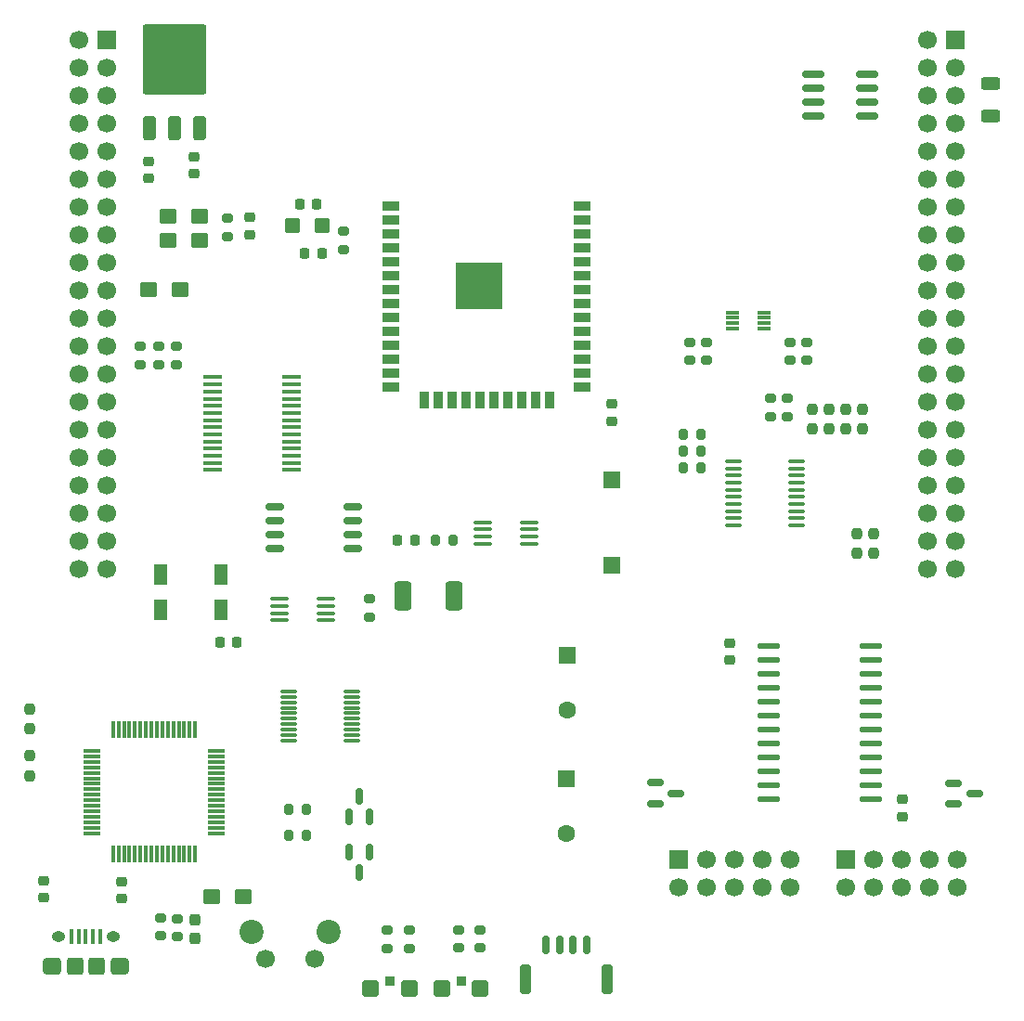
<source format=gbr>
%TF.GenerationSoftware,KiCad,Pcbnew,9.0.6-9.0.6~ubuntu25.04.1*%
%TF.CreationDate,2025-12-03T21:25:52+01:00*%
%TF.ProjectId,CPU,4350552e-6b69-4636-9164-5f7063625858,V0.2*%
%TF.SameCoordinates,Original*%
%TF.FileFunction,Soldermask,Top*%
%TF.FilePolarity,Negative*%
%FSLAX46Y46*%
G04 Gerber Fmt 4.6, Leading zero omitted, Abs format (unit mm)*
G04 Created by KiCad (PCBNEW 9.0.6-9.0.6~ubuntu25.04.1) date 2025-12-03 21:25:52*
%MOMM*%
%LPD*%
G01*
G04 APERTURE LIST*
G04 Aperture macros list*
%AMRoundRect*
0 Rectangle with rounded corners*
0 $1 Rounding radius*
0 $2 $3 $4 $5 $6 $7 $8 $9 X,Y pos of 4 corners*
0 Add a 4 corners polygon primitive as box body*
4,1,4,$2,$3,$4,$5,$6,$7,$8,$9,$2,$3,0*
0 Add four circle primitives for the rounded corners*
1,1,$1+$1,$2,$3*
1,1,$1+$1,$4,$5*
1,1,$1+$1,$6,$7*
1,1,$1+$1,$8,$9*
0 Add four rect primitives between the rounded corners*
20,1,$1+$1,$2,$3,$4,$5,0*
20,1,$1+$1,$4,$5,$6,$7,0*
20,1,$1+$1,$6,$7,$8,$9,0*
20,1,$1+$1,$8,$9,$2,$3,0*%
G04 Aperture macros list end*
%ADD10RoundRect,0.225000X-0.250000X0.225000X-0.250000X-0.225000X0.250000X-0.225000X0.250000X0.225000X0*%
%ADD11R,1.300000X1.900000*%
%ADD12RoundRect,0.200000X0.275000X-0.200000X0.275000X0.200000X-0.275000X0.200000X-0.275000X-0.200000X0*%
%ADD13RoundRect,0.250000X0.457500X0.445000X-0.457500X0.445000X-0.457500X-0.445000X0.457500X-0.445000X0*%
%ADD14RoundRect,0.200000X-0.200000X-0.275000X0.200000X-0.275000X0.200000X0.275000X-0.200000X0.275000X0*%
%ADD15RoundRect,0.225000X0.250000X-0.225000X0.250000X0.225000X-0.250000X0.225000X-0.250000X-0.225000X0*%
%ADD16RoundRect,0.250000X0.500000X0.500000X-0.500000X0.500000X-0.500000X-0.500000X0.500000X-0.500000X0*%
%ADD17RoundRect,0.225000X0.225000X0.225000X-0.225000X0.225000X-0.225000X-0.225000X0.225000X-0.225000X0*%
%ADD18RoundRect,0.249999X-0.512501X-1.075001X0.512501X-1.075001X0.512501X1.075001X-0.512501X1.075001X0*%
%ADD19R,1.600000X1.600000*%
%ADD20C,1.600000*%
%ADD21RoundRect,0.100000X-0.637500X-0.100000X0.637500X-0.100000X0.637500X0.100000X-0.637500X0.100000X0*%
%ADD22R,1.500000X0.900000*%
%ADD23R,0.900000X1.500000*%
%ADD24C,0.600000*%
%ADD25R,4.200000X4.200000*%
%ADD26RoundRect,0.218750X0.218750X0.256250X-0.218750X0.256250X-0.218750X-0.256250X0.218750X-0.256250X0*%
%ADD27RoundRect,0.237500X0.237500X-0.250000X0.237500X0.250000X-0.237500X0.250000X-0.237500X-0.250000X0*%
%ADD28R,1.700000X1.700000*%
%ADD29C,1.700000*%
%ADD30RoundRect,0.250000X0.350000X-0.850000X0.350000X0.850000X-0.350000X0.850000X-0.350000X-0.850000X0*%
%ADD31RoundRect,0.249997X2.650003X-2.950003X2.650003X2.950003X-2.650003X2.950003X-2.650003X-2.950003X0*%
%ADD32RoundRect,0.200000X0.200000X0.275000X-0.200000X0.275000X-0.200000X-0.275000X0.200000X-0.275000X0*%
%ADD33RoundRect,0.250000X0.625000X-0.312500X0.625000X0.312500X-0.625000X0.312500X-0.625000X-0.312500X0*%
%ADD34RoundRect,0.237500X-0.237500X0.250000X-0.237500X-0.250000X0.237500X-0.250000X0.237500X0.250000X0*%
%ADD35RoundRect,0.100000X-0.712500X-0.100000X0.712500X-0.100000X0.712500X0.100000X-0.712500X0.100000X0*%
%ADD36RoundRect,0.162500X-0.650000X-0.162500X0.650000X-0.162500X0.650000X0.162500X-0.650000X0.162500X0*%
%ADD37RoundRect,0.250000X-0.545000X-0.445000X0.545000X-0.445000X0.545000X0.445000X-0.545000X0.445000X0*%
%ADD38RoundRect,0.100000X-0.100000X-0.575000X0.100000X-0.575000X0.100000X0.575000X-0.100000X0.575000X0*%
%ADD39O,0.890000X1.550000*%
%ADD40RoundRect,0.250000X-0.475000X-0.525000X0.475000X-0.525000X0.475000X0.525000X-0.475000X0.525000X0*%
%ADD41O,1.250000X0.950000*%
%ADD42RoundRect,0.250000X-0.500000X-0.525000X0.500000X-0.525000X0.500000X0.525000X-0.500000X0.525000X0*%
%ADD43C,2.200000*%
%ADD44RoundRect,0.225000X0.225000X0.250000X-0.225000X0.250000X-0.225000X-0.250000X0.225000X-0.250000X0*%
%ADD45RoundRect,0.225000X-0.225000X-0.250000X0.225000X-0.250000X0.225000X0.250000X-0.225000X0.250000X0*%
%ADD46RoundRect,0.137500X-0.862500X-0.137500X0.862500X-0.137500X0.862500X0.137500X-0.862500X0.137500X0*%
%ADD47RoundRect,0.150000X-0.587500X-0.150000X0.587500X-0.150000X0.587500X0.150000X-0.587500X0.150000X0*%
%ADD48RoundRect,0.200000X-0.275000X0.200000X-0.275000X-0.200000X0.275000X-0.200000X0.275000X0.200000X0*%
%ADD49R,1.500000X1.500000*%
%ADD50RoundRect,0.218750X0.256250X-0.218750X0.256250X0.218750X-0.256250X0.218750X-0.256250X-0.218750X0*%
%ADD51RoundRect,0.150000X0.150000X-0.587500X0.150000X0.587500X-0.150000X0.587500X-0.150000X-0.587500X0*%
%ADD52RoundRect,0.237500X0.237500X-0.300000X0.237500X0.300000X-0.237500X0.300000X-0.237500X-0.300000X0*%
%ADD53R,1.750000X0.450000*%
%ADD54RoundRect,0.075000X-0.662500X-0.075000X0.662500X-0.075000X0.662500X0.075000X-0.662500X0.075000X0*%
%ADD55RoundRect,0.150000X-0.825000X-0.150000X0.825000X-0.150000X0.825000X0.150000X-0.825000X0.150000X0*%
%ADD56RoundRect,0.150000X-0.150000X-0.700000X0.150000X-0.700000X0.150000X0.700000X-0.150000X0.700000X0*%
%ADD57RoundRect,0.250000X-0.250000X-1.100000X0.250000X-1.100000X0.250000X1.100000X-0.250000X1.100000X0*%
%ADD58RoundRect,0.075000X0.075000X-0.700000X0.075000X0.700000X-0.075000X0.700000X-0.075000X-0.700000X0*%
%ADD59RoundRect,0.075000X0.700000X-0.075000X0.700000X0.075000X-0.700000X0.075000X-0.700000X-0.075000X0*%
%ADD60RoundRect,0.087500X-0.537500X-0.087500X0.537500X-0.087500X0.537500X0.087500X-0.537500X0.087500X0*%
%ADD61RoundRect,0.150000X-0.150000X0.587500X-0.150000X-0.587500X0.150000X-0.587500X0.150000X0.587500X0*%
G04 APERTURE END LIST*
D10*
%TO.C,C601*%
X170544000Y-138945000D03*
X170544000Y-140495000D03*
%TD*%
D11*
%TO.C,Y201*%
X108344000Y-118420000D03*
X102844000Y-118420000D03*
X102844000Y-121620000D03*
X108344000Y-121620000D03*
%TD*%
D12*
%TO.C,R203*%
X151138000Y-98869000D03*
X151138000Y-97219000D03*
%TD*%
%TO.C,R219*%
X160028000Y-104012000D03*
X160028000Y-102362000D03*
%TD*%
D13*
%TO.C,C402*%
X117594000Y-86620000D03*
X114889000Y-86620000D03*
%TD*%
D14*
%TO.C,R415*%
X114550000Y-142200000D03*
X116200000Y-142200000D03*
%TD*%
D15*
%TO.C,C602*%
X154746000Y-126220000D03*
X154746000Y-124670000D03*
%TD*%
D16*
%TO.C,D404*%
X125544000Y-156170000D03*
X122044000Y-156170000D03*
D17*
X123794000Y-155520000D03*
%TD*%
D18*
%TO.C,D201*%
X124969000Y-120320000D03*
X129644000Y-120320000D03*
%TD*%
D19*
%TO.C,C201*%
X139950000Y-125741067D03*
D20*
X139950000Y-130741067D03*
%TD*%
D21*
%TO.C,U204*%
X155133500Y-108073000D03*
X155133500Y-108723000D03*
X155133500Y-109373000D03*
X155133500Y-110023000D03*
X155133500Y-110673000D03*
X155133500Y-111323000D03*
X155133500Y-111973000D03*
X155133500Y-112623000D03*
X155133500Y-113273000D03*
X155133500Y-113923000D03*
X160858500Y-113923000D03*
X160858500Y-113273000D03*
X160858500Y-112623000D03*
X160858500Y-111973000D03*
X160858500Y-111323000D03*
X160858500Y-110673000D03*
X160858500Y-110023000D03*
X160858500Y-109373000D03*
X160858500Y-108723000D03*
X160858500Y-108073000D03*
%TD*%
D14*
%TO.C,R416*%
X114550000Y-139850000D03*
X116200000Y-139850000D03*
%TD*%
D10*
%TO.C,C302*%
X105926000Y-80302000D03*
X105926000Y-81852000D03*
%TD*%
D12*
%TO.C,R220*%
X158504000Y-104012000D03*
X158504000Y-102362000D03*
%TD*%
%TO.C,R401*%
X119594000Y-88770000D03*
X119594000Y-87120000D03*
%TD*%
D22*
%TO.C,U401*%
X123844000Y-84770000D03*
X123844000Y-86040000D03*
X123844000Y-87310000D03*
X123844000Y-88580000D03*
X123844000Y-89850000D03*
X123844000Y-91120000D03*
X123844000Y-92390000D03*
X123844000Y-93660000D03*
X123844000Y-94930000D03*
X123844000Y-96200000D03*
X123844000Y-97470000D03*
X123844000Y-98740000D03*
X123844000Y-100010000D03*
X123844000Y-101280000D03*
D23*
X126884000Y-102530000D03*
X128154000Y-102530000D03*
X129424000Y-102530000D03*
X130694000Y-102530000D03*
X131964000Y-102530000D03*
X133234000Y-102530000D03*
X134504000Y-102530000D03*
X135774000Y-102530000D03*
X137044000Y-102530000D03*
X138314000Y-102530000D03*
D22*
X141344000Y-101280000D03*
X141344000Y-100010000D03*
X141344000Y-98740000D03*
X141344000Y-97470000D03*
X141344000Y-96200000D03*
X141344000Y-94930000D03*
X141344000Y-93660000D03*
X141344000Y-92390000D03*
X141344000Y-91120000D03*
X141344000Y-89850000D03*
X141344000Y-88580000D03*
X141344000Y-87310000D03*
X141344000Y-86040000D03*
X141344000Y-84770000D03*
D24*
X130389000Y-91347500D03*
X130389000Y-92872500D03*
X131151500Y-90585000D03*
X131151500Y-92110000D03*
X131151500Y-93635000D03*
X131914000Y-91347500D03*
D25*
X131914000Y-92110000D03*
D24*
X131914000Y-92872500D03*
X132676500Y-90585000D03*
X132676500Y-92110000D03*
X132676500Y-93635000D03*
X133439000Y-91347500D03*
X133439000Y-92872500D03*
%TD*%
D26*
%TO.C,D202*%
X126043000Y-115316000D03*
X124468000Y-115316000D03*
%TD*%
D27*
%TO.C,R217*%
X167902000Y-116482500D03*
X167902000Y-114657500D03*
%TD*%
D28*
%TO.C,J602*%
X150154000Y-144445000D03*
D29*
X150154000Y-146985000D03*
X152694000Y-144445000D03*
X152694000Y-146985000D03*
X155234000Y-144445000D03*
X155234000Y-146985000D03*
X157774000Y-144445000D03*
X157774000Y-146985000D03*
X160314000Y-144445000D03*
X160314000Y-146985000D03*
%TD*%
D12*
%TO.C,R411*%
X130032500Y-152467000D03*
X130032500Y-150817000D03*
%TD*%
D14*
%TO.C,R204*%
X127898000Y-115316000D03*
X129548000Y-115316000D03*
%TD*%
D30*
%TO.C,U301*%
X101836500Y-77720000D03*
X104116500Y-77720000D03*
D31*
X104116500Y-71420000D03*
D30*
X106396500Y-77720000D03*
%TD*%
D12*
%TO.C,R301*%
X109006000Y-87577000D03*
X109006000Y-85927000D03*
%TD*%
D32*
%TO.C,R214*%
X152154000Y-105664000D03*
X150504000Y-105664000D03*
%TD*%
D33*
%TO.C,R410*%
X178570000Y-76585000D03*
X178570000Y-73660000D03*
%TD*%
D16*
%TO.C,D403*%
X132044000Y-156157500D03*
X128544000Y-156157500D03*
D17*
X130294000Y-155507500D03*
%TD*%
D10*
%TO.C,C406*%
X99364800Y-146430400D03*
X99364800Y-147980400D03*
%TD*%
D34*
%TO.C,R209*%
X163838000Y-103331000D03*
X163838000Y-105156000D03*
%TD*%
D35*
%TO.C,U201*%
X132231500Y-113645000D03*
X132231500Y-114295000D03*
X132231500Y-114945000D03*
X132231500Y-115595000D03*
X136456500Y-115595000D03*
X136456500Y-114945000D03*
X136456500Y-114295000D03*
X136456500Y-113645000D03*
%TD*%
D36*
%TO.C,U207*%
X113256500Y-112215000D03*
X113256500Y-113485000D03*
X113256500Y-114755000D03*
X113256500Y-116025000D03*
X120431500Y-116025000D03*
X120431500Y-114755000D03*
X120431500Y-113485000D03*
X120431500Y-112215000D03*
%TD*%
D32*
%TO.C,R218*%
X152154000Y-108712000D03*
X150504000Y-108712000D03*
%TD*%
%TO.C,R216*%
X152154000Y-107188000D03*
X150504000Y-107188000D03*
%TD*%
D12*
%TO.C,R413*%
X123544000Y-152495000D03*
X123544000Y-150845000D03*
%TD*%
D34*
%TO.C,R211*%
X165362000Y-103331000D03*
X165362000Y-105156000D03*
%TD*%
D37*
%TO.C,C301*%
X103564000Y-85720000D03*
X106444000Y-85720000D03*
%TD*%
D12*
%TO.C,R412*%
X132044000Y-152482500D03*
X132044000Y-150832500D03*
%TD*%
D38*
%TO.C,J101*%
X94752000Y-151409400D03*
X95402000Y-151409400D03*
X96052000Y-151409400D03*
X96702000Y-151409400D03*
X97352000Y-151409400D03*
D39*
X92552000Y-154109400D03*
D40*
X93027000Y-154109400D03*
D41*
X93552000Y-151409400D03*
D42*
X95052000Y-154109400D03*
X97052000Y-154109400D03*
D41*
X98552000Y-151409400D03*
D40*
X99077000Y-154109400D03*
D39*
X99552000Y-154109400D03*
%TD*%
D10*
%TO.C,C404*%
X144026000Y-102857000D03*
X144026000Y-104407000D03*
%TD*%
D43*
%TO.C,SW102*%
X118174000Y-150990000D03*
X111174000Y-150990000D03*
D29*
X116924000Y-153490000D03*
X112424000Y-153490000D03*
%TD*%
D44*
%TO.C,C401*%
X117594000Y-89120000D03*
X116044000Y-89120000D03*
%TD*%
D35*
%TO.C,U203*%
X113731500Y-120645000D03*
X113731500Y-121295000D03*
X113731500Y-121945000D03*
X113731500Y-122595000D03*
X117956500Y-122595000D03*
X117956500Y-121945000D03*
X117956500Y-121295000D03*
X117956500Y-120645000D03*
%TD*%
D45*
%TO.C,C203*%
X108294000Y-124620000D03*
X109844000Y-124620000D03*
%TD*%
D46*
%TO.C,U601*%
X158317500Y-124924000D03*
X158317500Y-126194000D03*
X158317500Y-127464000D03*
X158317500Y-128734000D03*
X158317500Y-130004000D03*
X158317500Y-131274000D03*
X158317500Y-132544000D03*
X158317500Y-133814000D03*
X158317500Y-135084000D03*
X158317500Y-136354000D03*
X158317500Y-137624000D03*
X158317500Y-138894000D03*
X167617500Y-138894000D03*
X167617500Y-137624000D03*
X167617500Y-136354000D03*
X167617500Y-135084000D03*
X167617500Y-133814000D03*
X167617500Y-132544000D03*
X167617500Y-131274000D03*
X167617500Y-130004000D03*
X167617500Y-128734000D03*
X167617500Y-127464000D03*
X167617500Y-126194000D03*
X167617500Y-124924000D03*
%TD*%
D10*
%TO.C,C405*%
X92176600Y-146329400D03*
X92176600Y-147879400D03*
%TD*%
D47*
%TO.C,Q602*%
X148006500Y-137420000D03*
X148006500Y-139320000D03*
X149881500Y-138370000D03*
%TD*%
%TO.C,Q601*%
X175223000Y-137436000D03*
X175223000Y-139336000D03*
X177098000Y-138386000D03*
%TD*%
D12*
%TO.C,R206*%
X160282000Y-98869000D03*
X160282000Y-97219000D03*
%TD*%
D44*
%TO.C,C403*%
X117094000Y-84620000D03*
X115544000Y-84620000D03*
%TD*%
D48*
%TO.C,R201*%
X121894000Y-120645000D03*
X121894000Y-122295000D03*
%TD*%
D49*
%TO.C,SW101*%
X144026000Y-117602000D03*
X144026000Y-109802000D03*
%TD*%
D50*
%TO.C,D301*%
X111006000Y-87427000D03*
X111006000Y-85852000D03*
%TD*%
D12*
%TO.C,R210*%
X102674000Y-99247000D03*
X102674000Y-97597000D03*
%TD*%
D27*
%TO.C,R215*%
X166378000Y-116482500D03*
X166378000Y-114657500D03*
%TD*%
D34*
%TO.C,R405*%
X90932000Y-134928600D03*
X90932000Y-136753600D03*
%TD*%
D19*
%TO.C,C202*%
X139850000Y-137050000D03*
D20*
X139850000Y-142050000D03*
%TD*%
D51*
%TO.C,Q401*%
X120050000Y-140550000D03*
X121950000Y-140550000D03*
X121000000Y-138675000D03*
%TD*%
D52*
%TO.C,C410*%
X106045000Y-151635800D03*
X106045000Y-149910800D03*
%TD*%
D12*
%TO.C,R212*%
X104325000Y-99247000D03*
X104325000Y-97597000D03*
%TD*%
D34*
%TO.C,R208*%
X162314000Y-103331000D03*
X162314000Y-105156000D03*
%TD*%
D53*
%TO.C,U205*%
X114783000Y-108870000D03*
X114783000Y-108220000D03*
X114783000Y-107570000D03*
X114783000Y-106920000D03*
X114783000Y-106270000D03*
X114783000Y-105620000D03*
X114783000Y-104970000D03*
X114783000Y-104320000D03*
X114783000Y-103670000D03*
X114783000Y-103020000D03*
X114783000Y-102370000D03*
X114783000Y-101720000D03*
X114783000Y-101070000D03*
X114783000Y-100420000D03*
X107583000Y-100420000D03*
X107583000Y-101070000D03*
X107583000Y-101720000D03*
X107583000Y-102370000D03*
X107583000Y-103020000D03*
X107583000Y-103670000D03*
X107583000Y-104320000D03*
X107583000Y-104970000D03*
X107583000Y-105620000D03*
X107583000Y-106270000D03*
X107583000Y-106920000D03*
X107583000Y-107570000D03*
X107583000Y-108220000D03*
X107583000Y-108870000D03*
%TD*%
D54*
%TO.C,U406*%
X114587100Y-129068000D03*
X114587100Y-129568000D03*
X114587100Y-130068000D03*
X114587100Y-130568000D03*
X114587100Y-131068000D03*
X114587100Y-131568000D03*
X114587100Y-132068000D03*
X114587100Y-132568000D03*
X114587100Y-133068000D03*
X114587100Y-133568000D03*
X120312100Y-133568000D03*
X120312100Y-133068000D03*
X120312100Y-132568000D03*
X120312100Y-132068000D03*
X120312100Y-131568000D03*
X120312100Y-131068000D03*
X120312100Y-130568000D03*
X120312100Y-130068000D03*
X120312100Y-129568000D03*
X120312100Y-129068000D03*
%TD*%
D37*
%TO.C,C304*%
X101764000Y-92420000D03*
X104644000Y-92420000D03*
%TD*%
D55*
%TO.C,U403*%
X162379000Y-72771000D03*
X162379000Y-74041000D03*
X162379000Y-75311000D03*
X162379000Y-76581000D03*
X167329000Y-76581000D03*
X167329000Y-75311000D03*
X167329000Y-74041000D03*
X167329000Y-72771000D03*
%TD*%
D37*
%TO.C,C407*%
X107526000Y-147777200D03*
X110406000Y-147777200D03*
%TD*%
D56*
%TO.C,J102*%
X137994000Y-152170000D03*
X139244000Y-152170000D03*
X140494000Y-152170000D03*
X141744000Y-152170000D03*
D57*
X136144000Y-155370000D03*
X143594000Y-155370000D03*
%TD*%
D58*
%TO.C,U402*%
X98537500Y-143925500D03*
X99037500Y-143925500D03*
X99537500Y-143925500D03*
X100037500Y-143925500D03*
X100537500Y-143925500D03*
X101037500Y-143925500D03*
X101537500Y-143925500D03*
X102037500Y-143925500D03*
X102537500Y-143925500D03*
X103037500Y-143925500D03*
X103537500Y-143925500D03*
X104037500Y-143925500D03*
X104537500Y-143925500D03*
X105037500Y-143925500D03*
X105537500Y-143925500D03*
X106037500Y-143925500D03*
D59*
X107962500Y-142000500D03*
X107962500Y-141500500D03*
X107962500Y-141000500D03*
X107962500Y-140500500D03*
X107962500Y-140000500D03*
X107962500Y-139500500D03*
X107962500Y-139000500D03*
X107962500Y-138500500D03*
X107962500Y-138000500D03*
X107962500Y-137500500D03*
X107962500Y-137000500D03*
X107962500Y-136500500D03*
X107962500Y-136000500D03*
X107962500Y-135500500D03*
X107962500Y-135000500D03*
X107962500Y-134500500D03*
D58*
X106037500Y-132575500D03*
X105537500Y-132575500D03*
X105037500Y-132575500D03*
X104537500Y-132575500D03*
X104037500Y-132575500D03*
X103537500Y-132575500D03*
X103037500Y-132575500D03*
X102537500Y-132575500D03*
X102037500Y-132575500D03*
X101537500Y-132575500D03*
X101037500Y-132575500D03*
X100537500Y-132575500D03*
X100037500Y-132575500D03*
X99537500Y-132575500D03*
X99037500Y-132575500D03*
X98537500Y-132575500D03*
D59*
X96612500Y-134500500D03*
X96612500Y-135000500D03*
X96612500Y-135500500D03*
X96612500Y-136000500D03*
X96612500Y-136500500D03*
X96612500Y-137000500D03*
X96612500Y-137500500D03*
X96612500Y-138000500D03*
X96612500Y-138500500D03*
X96612500Y-139000500D03*
X96612500Y-139500500D03*
X96612500Y-140000500D03*
X96612500Y-140500500D03*
X96612500Y-141000500D03*
X96612500Y-141500500D03*
X96612500Y-142000500D03*
%TD*%
D12*
%TO.C,R407*%
X102844600Y-151358600D03*
X102844600Y-149708600D03*
%TD*%
D34*
%TO.C,R403*%
X90957400Y-130657600D03*
X90957400Y-132482600D03*
%TD*%
D60*
%TO.C,U202*%
X155072000Y-94500000D03*
X155072000Y-95000000D03*
X155072000Y-95500000D03*
X155072000Y-96000000D03*
X157872000Y-96000000D03*
X157872000Y-95500000D03*
X157872000Y-95000000D03*
X157872000Y-94500000D03*
%TD*%
D12*
%TO.C,R207*%
X101023000Y-99247000D03*
X101023000Y-97597000D03*
%TD*%
%TO.C,R414*%
X125544000Y-152495000D03*
X125544000Y-150845000D03*
%TD*%
D28*
%TO.C,J501*%
X97984000Y-69620000D03*
D29*
X95444000Y-69620000D03*
X97984000Y-72160000D03*
X95444000Y-72160000D03*
X97984000Y-74700000D03*
X95444000Y-74700000D03*
X97984000Y-77240000D03*
X95444000Y-77240000D03*
X97984000Y-79780000D03*
X95444000Y-79780000D03*
X97984000Y-82320000D03*
X95444000Y-82320000D03*
X97984000Y-84860000D03*
X95444000Y-84860000D03*
X97984000Y-87400000D03*
X95444000Y-87400000D03*
X97984000Y-89940000D03*
X95444000Y-89940000D03*
X97984000Y-92480000D03*
X95444000Y-92480000D03*
X97984000Y-95020000D03*
X95444000Y-95020000D03*
X97984000Y-97560000D03*
X95444000Y-97560000D03*
X97984000Y-100100000D03*
X95444000Y-100100000D03*
X97984000Y-102640000D03*
X95444000Y-102640000D03*
X97984000Y-105180000D03*
X95444000Y-105180000D03*
X97984000Y-107720000D03*
X95444000Y-107720000D03*
X97984000Y-110260000D03*
X95444000Y-110260000D03*
X97984000Y-112800000D03*
X95444000Y-112800000D03*
X97984000Y-115340000D03*
X95444000Y-115340000D03*
X97984000Y-117880000D03*
X95444000Y-117880000D03*
%TD*%
D37*
%TO.C,C305*%
X103514000Y-87920000D03*
X106394000Y-87920000D03*
%TD*%
D34*
%TO.C,R213*%
X166886000Y-103331000D03*
X166886000Y-105156000D03*
%TD*%
D28*
%TO.C,J601*%
X165394000Y-144445000D03*
D29*
X165394000Y-146985000D03*
X167934000Y-144445000D03*
X167934000Y-146985000D03*
X170474000Y-144445000D03*
X170474000Y-146985000D03*
X173014000Y-144445000D03*
X173014000Y-146985000D03*
X175554000Y-144445000D03*
X175554000Y-146985000D03*
%TD*%
D12*
%TO.C,R202*%
X152662000Y-98869000D03*
X152662000Y-97219000D03*
%TD*%
D61*
%TO.C,Q402*%
X121950000Y-143750000D03*
X120050000Y-143750000D03*
X121000000Y-145625000D03*
%TD*%
D12*
%TO.C,R205*%
X161806000Y-98869000D03*
X161806000Y-97219000D03*
%TD*%
%TO.C,R406*%
X104444800Y-151433800D03*
X104444800Y-149783800D03*
%TD*%
D28*
%TO.C,J502*%
X175344000Y-69620000D03*
D29*
X172804000Y-69620000D03*
X175344000Y-72160000D03*
X172804000Y-72160000D03*
X175344000Y-74700000D03*
X172804000Y-74700000D03*
X175344000Y-77240000D03*
X172804000Y-77240000D03*
X175344000Y-79780000D03*
X172804000Y-79780000D03*
X175344000Y-82320000D03*
X172804000Y-82320000D03*
X175344000Y-84860000D03*
X172804000Y-84860000D03*
X175344000Y-87400000D03*
X172804000Y-87400000D03*
X175344000Y-89940000D03*
X172804000Y-89940000D03*
X175344000Y-92480000D03*
X172804000Y-92480000D03*
X175344000Y-95020000D03*
X172804000Y-95020000D03*
X175344000Y-97560000D03*
X172804000Y-97560000D03*
X175344000Y-100100000D03*
X172804000Y-100100000D03*
X175344000Y-102640000D03*
X172804000Y-102640000D03*
X175344000Y-105180000D03*
X172804000Y-105180000D03*
X175344000Y-107720000D03*
X172804000Y-107720000D03*
X175344000Y-110260000D03*
X172804000Y-110260000D03*
X175344000Y-112800000D03*
X172804000Y-112800000D03*
X175344000Y-115340000D03*
X172804000Y-115340000D03*
X175344000Y-117880000D03*
X172804000Y-117880000D03*
%TD*%
D15*
%TO.C,C303*%
X101744000Y-82270000D03*
X101744000Y-80720000D03*
%TD*%
M02*

</source>
